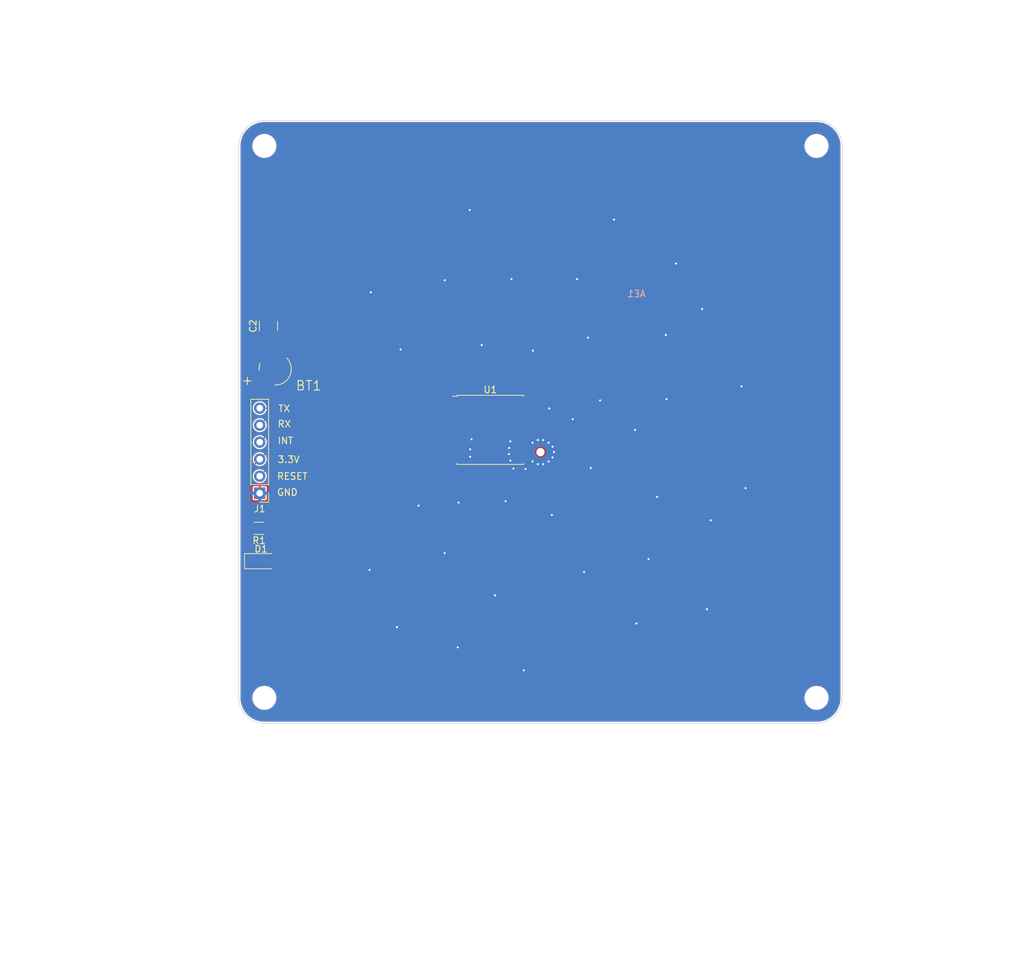
<source format=kicad_pcb>
(kicad_pcb (version 20221018) (generator pcbnew)
  (layers (0 "F.Cu" signal) (1 "In1.Cu" power) (2 "In2.Cu" power) (31 "B.Cu" signal) (34 "B.Paste" user) (35 "F.Paste" user) (36 "B.SilkS" user "B.Silkscreen") (37 "F.SilkS" user "F.Silkscreen") (38 "B.Mask" user) (39 "F.Mask" user) (44 "Edge.Cuts" user))
  (net 0 "")
  (net 1 "GND")
  (net 3 "/RF_net")
  (net 10 "Net-(U1-V_BCKP)")
  (net 11 "Net-(J1-Pin_4)")
  (net 12 "Net-(J1-Pin_5)")
  (net 13 "Net-(J1-Pin_3)")
  (net 14 "Net-(J1-Pin_6)")
  (net 15 "Net-(J1-Pin_2)")
  (net 16 "Net-(D1-A)")
  (footprint "" (layer "F.Cu") (at 115.5104 91.4)
    (fp_text reference "" (at 0 0) (layer "F.SilkS") (effects (font (size 1.27 1.27))))
    (fp_text value "" (at 0 0) (layer "F.SilkS") (effects (font (size 1.27 1.27))))
    (pad "" np_thru_hole circle (at 0 0 180) (size 1.2 1.2) (drill 1.2) (layers "F&B.Cu" "*.Mask"))
  )
  (footprint "Connector_PinHeader_2.54mm:PinHeader_1x06_P2.54mm_Vertical" (layer "F.Cu") (at 73.6104 97.55 180)
    (fp_text reference "J1" (at 0 -2.33) (layer "F.SilkS"))
    (fp_text value "Conn_01x06")
    (fp_line (start -1.33 -1.33) (end 0 -1.33) (stroke (width 0.12)) (layer "F.SilkS"))
    (fp_line (start -1.33 0) (end -1.33 -1.33) (stroke (width 0.12)) (layer "F.SilkS"))
    (fp_line (start -1.33 1.27) (end -1.33 14.03) (stroke (width 0.12)) (layer "F.SilkS"))
    (fp_line (start -1.33 1.27) (end 1.33 1.27) (stroke (width 0.12)) (layer "F.SilkS"))
    (fp_line (start -1.33 14.03) (end 1.33 14.03) (stroke (width 0.12)) (layer "F.SilkS"))
    (fp_line (start 1.33 1.27) (end 1.33 14.03) (stroke (width 0.12)) (layer "F.SilkS"))
    (pad "1" thru_hole rect (at 0 0 180) (size 1.7 1.7) (drill 1) (layers "*.Cu" "*.Mask") (net 1 "GND"))
    (pad "2" thru_hole oval (at 0 2.54 180) (size 1.7 1.7) (drill 1) (layers "*.Cu" "*.Mask") (net 15 "Net-(J1-Pin_2)"))
    (pad "3" thru_hole oval (at 0 5.08 180) (size 1.7 1.7) (drill 1) (layers "*.Cu" "*.Mask") (net 13 "Net-(J1-Pin_3)"))
    (pad "4" thru_hole oval (at 0 7.62 180) (size 1.7 1.7) (drill 1) (layers "*.Cu" "*.Mask") (net 11 "Net-(J1-Pin_4)"))
    (pad "5" thru_hole oval (at 0 10.16 180) (size 1.7 1.7) (drill 1) (layers "*.Cu" "*.Mask") (net 12 "Net-(J1-Pin_5)"))
    (pad "6" thru_hole oval (at 0 12.7 180) (size 1.7 1.7) (drill 1) (layers "*.Cu" "*.Mask") (net 14 "Net-(J1-Pin_6)"))
  )
  (footprint "MountingHole:MountingHole_3.2mm_M3" (layer "F.Cu") (at 156.7 128.1)
    (fp_text reference "REF**" hide)
    (fp_text value "MountingHole_3.2mm_M3")
    (pad "" np_thru_hole circle (at 0 0) (size 3.2 3.2) (drill 3.2) (layers "F&B.Cu" "*.Mask"))
  )
  (footprint "MountingHole:MountingHole_3.2mm_M3" (layer "F.Cu") (at 74.3 128.1)
    (fp_text reference "REF**" hide)
    (fp_text value "MountingHole_3.2mm_M3")
    (pad "" np_thru_hole circle (at 0 0) (size 3.2 3.2) (drill 3.2) (layers "*.Mask" "F.Cu" "In1.Cu" "In2.Cu" "B.Cu"))
  )
  (footprint "RF_GPS:ublox_MAX" (layer "F.Cu") (at 108.0204 88.09)
    (fp_text reference "U1" (at 0 -6) (layer "F.SilkS"))
    (fp_text value "MAX-M10S")
    (fp_line (start -5.65 -5.01) (end -4.96 -5.01) (stroke (width 0.12)) (layer "F.SilkS"))
    (fp_line (start -4.96 -5.16) (end -4.96 -5.01) (stroke (width 0.12)) (layer "F.SilkS"))
    (fp_line (start -4.96 -5.16) (end 4.96 -5.16) (stroke (width 0.12)) (layer "F.SilkS"))
    (fp_line (start -4.96 5.01) (end -4.96 5.16) (stroke (width 0.12)) (layer "F.SilkS"))
    (fp_line (start -4.96 5.16) (end 4.96 5.16) (stroke (width 0.12)) (layer "F.SilkS"))
    (fp_line (start 4.96 -5.16) (end 4.96 -5.01) (stroke (width 0.12)) (layer "F.SilkS"))
    (fp_line (start 4.96 5.01) (end 4.96 5.16) (stroke (width 0.12)) (layer "F.SilkS"))
    (pad "1" smd roundrect (at -4.75 -4.4) (size 1.8 0.7) (layers "F.Cu" "F.Paste" "F.Mask") (net 1 "GND"))
    (pad "2" smd roundrect (at -4.75 -3.3) (size 1.8 0.8) (layers "F.Cu" "F.Paste" "F.Mask") (net 14 "Net-(J1-Pin_6)"))
    (pad "3" smd roundrect (at -4.75 -2.2) (size 1.8 0.8) (layers "F.Cu" "F.Paste" "F.Mask") (net 12 "Net-(J1-Pin_5)"))
    (pad "4" smd roundrect (at -4.75 -1.1) (size 1.8 0.8) (layers "F.Cu" "F.Paste" "F.Mask"))
    (pad "5" smd roundrect (at -4.75 0) (size 1.8 0.8) (layers "F.Cu" "F.Paste" "F.Mask") (net 11 "Net-(J1-Pin_4)"))
    (pad "6" smd roundrect (at -4.75 1.1) (size 1.8 0.8) (layers "F.Cu" "F.Paste" "F.Mask") (net 10 "Net-(U1-V_BCKP)"))
    (pad "7" smd roundrect (at -4.75 2.2) (size 1.8 0.8) (layers "F.Cu" "F.Paste" "F.Mask") (net 13 "Net-(J1-Pin_3)"))
    (pad "8" smd roundrect (at -4.75 3.3) (size 1.8 0.8) (layers "F.Cu" "F.Paste" "F.Mask") (net 13 "Net-(J1-Pin_3)"))
    (pad "9" smd roundrect (at -4.75 4.4) (size 1.8 0.7) (layers "F.Cu" "F.Paste" "F.Mask") (net 15 "Net-(J1-Pin_2)"))
    (pad "10" smd roundrect (at 4.75 4.4) (size 1.8 0.7) (layers "F.Cu" "F.Paste" "F.Mask") (net 1 "GND"))
    (pad "11" smd roundrect (at 4.75 3.3) (size 1.8 0.8) (layers "F.Cu" "F.Paste" "F.Mask") (net 3 "/RF_net"))
    (pad "12" smd roundrect (at 4.75 2.2) (size 1.8 0.8) (layers "F.Cu" "F.Paste" "F.Mask") (net 1 "GND"))
    (pad "13" smd roundrect (at 4.75 1.1) (size 1.8 0.8) (layers "F.Cu" "F.Paste" "F.Mask"))
    (pad "14" smd roundrect (at 4.75 0) (size 1.8 0.8) (layers "F.Cu" "F.Paste" "F.Mask"))
    (pad "15" smd roundrect (at 4.75 -1.1) (size 1.8 0.8) (layers "F.Cu" "F.Paste" "F.Mask"))
    (pad "16" smd roundrect (at 4.75 -2.2) (size 1.8 0.8) (layers "F.Cu" "F.Paste" "F.Mask"))
    (pad "17" smd roundrect (at 4.75 -3.3) (size 1.8 0.8) (layers "F.Cu" "F.Paste" "F.Mask"))
    (pad "18" smd roundrect (at 4.75 -4.4) (size 1.8 0.7) (layers "F.Cu" "F.Paste" "F.Mask"))
  )
  (footprint "MountingHole:MountingHole_3.2mm_M3" (layer "F.Cu") (at 74.3 45.7)
    (fp_text reference "REF**" hide)
    (fp_text value "MountingHole_3.2mm_M3")
    (pad "" np_thru_hole circle (at 0 0) (size 3.2 3.2) (drill 3.2) (layers "F&B.Cu" "*.Mask"))
  )
  (footprint "Resistor_SMD:R_1206_3216Metric_Pad1.30x1.75mm_HandSolder" (layer "F.Cu") (at 73.5104 102.8 180)
    (fp_text reference "R1" (at 0 -1.82) (layer "F.SilkS"))
    (fp_text value "1k")
    (fp_line (start -0.727064 -0.91) (end 0.727064 -0.91) (stroke (width 0.12)) (layer "F.SilkS"))
    (fp_line (start -0.727064 0.91) (end 0.727064 0.91) (stroke (width 0.12)) (layer "F.SilkS"))
    (pad "1" smd roundrect (at -1.55 0 180) (size 1.3 1.75) (layers "F.Cu" "F.Paste" "F.Mask") (roundrect_rratio 0.1923076923) (net 16 "Net-(D1-A)"))
    (pad "2" smd roundrect (at 1.55 0 180) (size 1.3 1.75) (layers "F.Cu" "F.Paste" "F.Mask") (roundrect_rratio 0.1923076923) (net 13 "Net-(J1-Pin_3)"))
  )
  (footprint "MountingHole:MountingHole_3.2mm_M3" (layer "F.Cu") (at 156.7 45.7)
    (fp_text reference "REF**" hide)
    (fp_text value "MountingHole_3.2mm_M3")
    (pad "" np_thru_hole circle (at 0 0) (size 3.2 3.2) (drill 3.2) (layers "*.Mask" "F.Cu" "In1.Cu" "In2.Cu" "B.Cu"))
  )
  (footprint "Capacitor_SMD:C_1210_3225Metric_Pad1.33x2.70mm_HandSolder" (layer "F.Cu") (at 74.9104 72.6 90)
    (fp_text reference "C2" (at 0 -2.3 90) (layer "F.SilkS"))
    (fp_text value "1uF")
    (fp_line (start -0.711252 -1.36) (end 0.711252 -1.36) (stroke (width 0.12)) (layer "F.SilkS"))
    (fp_line (start -0.711252 1.36) (end 0.711252 1.36) (stroke (width 0.12)) (layer "F.SilkS"))
    (pad "1" smd roundrect (at -1.5625 0 90) (size 1.325 2.7) (layers "F.Cu" "F.Paste" "F.Mask") (roundrect_rratio 0.1886792453) (net 10 "Net-(U1-V_BCKP)"))
    (pad "2" smd roundrect (at 1.5625 0 90) (size 1.325 2.7) (layers "F.Cu" "F.Paste" "F.Mask") (roundrect_rratio 0.1886792453) (net 1 "GND"))
  )
  (footprint "LED_SMD:LED_1206_3216Metric_Pad1.42x1.75mm_HandSolder" (layer "F.Cu") (at 73.8104 107.7)
    (fp_text reference "D1" (at 0 -1.82) (layer "F.SilkS"))
    (fp_text value "LED")
    (fp_line (start -2.46 -1.135) (end -2.46 1.135) (stroke (width 0.12)) (layer "F.SilkS"))
    (fp_line (start -2.46 1.135) (end 1.6 1.135) (stroke (width 0.12)) (layer "F.SilkS"))
    (fp_line (start 1.6 -1.135) (end -2.46 -1.135) (stroke (width 0.12)) (layer "F.SilkS"))
    (pad "1" smd roundrect (at -1.4875 0) (size 1.425 1.75) (layers "F.Cu" "F.Paste" "F.Mask") (roundrect_rratio 0.1754392982) (net 1 "GND"))
    (pad "2" smd roundrect (at 1.4875 0) (size 1.425 1.75) (layers "F.Cu" "F.Paste" "F.Mask") (roundrect_rratio 0.1754392982) (net 16 "Net-(D1-A)"))
  )
  (footprint "ML414H_IV01E:SEIKO_ML414H_IV01E" (layer "F.Cu") (at 75.9104 79.01 180)
    (fp_text reference "BT1" (at -5 -2.49) (layer "F.SilkS") (effects (font (size 1.402244 1.402244))))
    (fp_text value "ML414H_IV01E")
    (fp_text user "+" (at 4.15 -1.67) (layer "F.SilkS") (effects (font (size 1.401291 1.401291))))
    (fp_arc (start -1.75 1.639999) (mid -2.19472 -0.984702) (end 0.06 -2.4) (stroke (width 0.127)) (layer "F.SilkS"))
    (fp_arc (start 2.41 -0.217) (mid 2.3808 0.313062) (end 2.26 0.83) (stroke (width 0.127)) (layer "F.SilkS"))
    (pad "1" smd custom (at 2.1 -2.1 180) (size 1 1) (layers "F.Cu") (net 10 "Net-(U1-V_BCKP)") (options (clearance outline) (anchor rect)) (primitives (gr_poly (pts (xy -1.8 -0.6) (xy 0.6 -0.6) (xy 0.6 1.8)) (width 0.0001) (fill yes))))
    (pad "2" smd rect (at 0.65 1.85 180) (size 4.1 1.7) (layers "F.Cu" "F.Paste" "F.Mask") (net 1 "GND"))
  )
  (footprint "" (layer "F.Cu") (at 115.5104 91.4)
    (fp_text reference "" (at 0 0) (layer "F.SilkS") (effects (font (size 1.27 1.27))))
    (fp_text value "" (at 0 0) (layer "F.SilkS") (effects (font (size 1.27 1.27))))
    (pad "1" smd circle (at 0 0 180) (size 2.5 2.5) (layers "F.Cu" "F.Paste" "F.Mask") (net 3 "/RF_net"))
  )
  (footprint "CGGBP.35.6.A.02:XCVR_CGGBP.35.6.A.02" (layer "B.Cu") (at 115.4904 86.94 180)
    (fp_text reference "AE1" (at -14.343425 19.159615) (layer "B.SilkS") (effects (font (size 1.001283 1.001283)) (justify mirror)))
    (fp_text value "CGGBP.35.6.A.02")
    (fp_circle (center 0 -4.5) (end 2.375 -4.5) (stroke (width 1.75)) (fill none) (layer "B.Cu"))
    (fp_poly (pts (xy -17.5287 -6.5) (xy 17.5 -6.5) (xy 17.5 -17.5287) (xy -17.5287 -17.5287)) (stroke (width 0.01)) (fill solid) (layer "B.Cu"))
    (fp_poly (pts (xy -17.5243 17.5) (xy 17.5 17.5) (xy 17.5 -1.00139) (xy -17.5243 -1.00139)) (stroke (width 0.01)) (fill solid) (layer "B.Cu"))
    (fp_poly (pts (xy -17.5018 -1.5) (xy -2.5 -1.5) (xy -2.5 -8.50085) (xy -17.5018 -8.50085)) (stroke (width 0.01)) (fill solid) (layer "B.Cu"))
    (fp_poly (pts (xy -17.5002 -1) (xy 17.5 -1) (xy 17.5 -2.50003) (xy -17.5002 -2.50003)) (stroke (width 0.01)) (fill solid) (layer "B.Cu"))
    (fp_poly (pts (xy 2.50333 -1.5) (xy 17.5 -1.5) (xy 17.5 -8.01066) (xy 2.50333 -8.01066)) (stroke (width 0.01)) (fill solid) (layer "B.Cu"))
    (pad "" np_thru_hole circle (at 0 -4.5 180) (size 1.2 1.2) (drill 1.2) (layers "F&B.Cu" "*.Mask"))
    (pad "1" smd rect (at 0.925 -4.5 180) (size 0.2 0.2) (layers "F.Cu" "F.Paste" "F.Mask") (net 3 "/RF_net"))
  )
  (gr_arc locked (start 74.3 131.9) (mid 71.612995 130.787006) (end 70.5 128.1) (stroke (width 0.1)) (layer "Edge.Cuts"))
  (gr_line locked (start 156.7 41.9) (end 74.3 41.9) (stroke (width 0.1)) (layer "Edge.Cuts"))
  (gr_arc locked (start 156.7 41.89993) (mid 159.393438 43.006184) (end 160.5104 45.6952) (stroke (width 0.1)) (layer "Edge.Cuts"))
  (gr_line locked (start 156.7 131.9) (end 74.3 131.9) (stroke (width 0.1)) (layer "Edge.Cuts"))
  (gr_arc locked (start 70.5 45.7) (mid 71.612994 43.012995) (end 74.3 41.9) (stroke (width 0.1)) (layer "Edge.Cuts"))
  (gr_line locked (start 70.5 45.7) (end 70.5 128.1) (stroke (width 0.1)) (layer "Edge.Cuts"))
  (gr_arc locked (start 160.5104 128.0952) (mid 159.39436 130.78956) (end 156.7 131.9056) (stroke (width 0.1)) (layer "Edge.Cuts"))
  (gr_line locked (start 160.5104 45.6952) (end 160.5104 128.0952) (stroke (width 0.1)) (layer "Edge.Cuts"))
  (gr_text "RESET" (at 76.1104 95.6) (layer "F.SilkS") (effects (font (size 1 1)) (justify left bottom)))
  (gr_text "TX" (at 76.3104 85.5) (layer "F.SilkS") (effects (font (size 1 1)) (justify left bottom)))
  (gr_text "GND" (at 76.1104 98) (layer "F.SilkS") (effects (font (size 1 1)) (justify left bottom)))
  (gr_text "RX" (at 76.2104 87.8) (layer "F.SilkS") (effects (font (size 1 1)) (justify left bottom)))
  (gr_text "INT" (at 76.2104 90.3) (layer "F.SilkS") (effects (font (size 1 1)) (justify left bottom)))
  (gr_text "3.3V" (at 76.2104 93.1) (layer "F.SilkS") (effects (font (size 1 1)) (justify left bottom)))
  (via (at 135.7204 63.27) (size 0.6096) (drill 0.3048) (layers "F.Cu" "B.Cu") (net 1))
  (via (at 115.9104 93.21) (size 0.6096) (drill 0.3048) (layers "F.Cu" "B.Cu") (net 1))
  (via (at 129.6104 88.1) (size 0.6096) (drill 0.3048) (layers "F.Cu" "B.Cu") (net 1))
  (via (at 117.5104 91.41) (size 0.6096) (drill 0.3048) (layers "F.Cu" "B.Cu") (net 1))
  (via (at 134.3104 83.5) (size 0.6096) (drill 0.3048) (layers "F.Cu" "B.Cu") (net 1))
  (via (at 94.0904 117.54) (size 0.6096) (drill 0.3048) (layers "F.Cu" "B.Cu") (net 1))
  (via (at 116.8104 84.9) (size 0.6096) (drill 0.3048) (layers "F.Cu" "B.Cu") (net 1))
  (via (at 116.7104 90.01) (size 0.6096) (drill 0.3048) (layers "F.Cu" "B.Cu") (net 1))
  (via (at 132.9104 98.1) (size 0.6096) (drill 0.3048) (layers "F.Cu" "B.Cu") (net 1))
  (via (at 145.5104 81.6) (size 0.6096) (drill 0.3048) (layers "F.Cu" "B.Cu") (net 1))
  (via (at 129.8104 117) (size 0.6096) (drill 0.3048) (layers "F.Cu" "B.Cu") (net 1))
  (via (at 120.3104 86.5) (size 0.6096) (drill 0.3048) (layers "F.Cu" "B.Cu") (net 1))
  (via (at 94.6304 76.08) (size 0.6096) (drill 0.3048) (layers "F.Cu" "B.Cu") (net 1))
  (via (at 101.2104 106.5) (size 0.6096) (drill 0.3048) (layers "F.Cu" "B.Cu") (net 1))
  (via (at 134.2104 73.92) (size 0.6096) (drill 0.3048) (layers "F.Cu" "B.Cu") (net 1))
  (via (at 110.7904 91.7) (size 0.6096) (drill 0.3048) (layers "F.Cu" "B.Cu") (net 1))
  (via (at 108.7104 112.8) (size 0.6096) (drill 0.3048) (layers "F.Cu" "B.Cu") (net 1))
  (via (at 140.9104 101.6) (size 0.6096) (drill 0.3048) (layers "F.Cu" "B.Cu") (net 1))
  (via (at 113.2704 93.93) (size 0.6096) (drill 0.3048) (layers "F.Cu" "B.Cu") (net 1))
  (via (at 115.1104 93.21) (size 0.6096) (drill 0.3048) (layers "F.Cu" "B.Cu") (net 1))
  (via (at 111.4804 93.86) (size 0.6096) (drill 0.3048) (layers "F.Cu" "B.Cu") (net 1))
  (via (at 117.3104 92.21) (size 0.6096) (drill 0.3048) (layers "F.Cu" "B.Cu") (net 1))
  (via (at 123.0104 93.8) (size 0.6096) (drill 0.3048) (layers "F.Cu" "B.Cu") (net 1))
  (via (at 110.8204 90.79) (size 0.6096) (drill 0.3048) (layers "F.Cu" "B.Cu") (net 1))
  (via (at 97.3104 99.4) (size 0.6096) (drill 0.3048) (layers "F.Cu" "B.Cu") (net 1))
  (via (at 117.3104 90.61) (size 0.6096) (drill 0.3048) (layers "F.Cu" "B.Cu") (net 1))
  (via (at 105.0104 92.1) (size 0.6096) (drill 0.3048) (layers "F.Cu" "B.Cu") (net 1))
  (via (at 114.3104 90.01) (size 0.6096) (drill 0.3048) (layers "F.Cu" "B.Cu") (net 1))
  (via (at 105.0104 91) (size 0.6096) (drill 0.3048) (layers "F.Cu" "B.Cu") (net 1))
  (via (at 140.3404 114.87) (size 0.6096) (drill 0.3048) (layers "F.Cu" "B.Cu") (net 1))
  (via (at 111.0104 89.81) (size 0.6096) (drill 0.3048) (layers "F.Cu" "B.Cu") (net 1))
  (via (at 131.6304 107.4) (size 0.6096) (drill 0.3048) (layers "F.Cu" "B.Cu") (net 1))
  (via (at 122.0104 109.3) (size 0.6096) (drill 0.3048) (layers "F.Cu" "B.Cu") (net 1))
  (via (at 115.1104 89.61) (size 0.6096) (drill 0.3048) (layers "F.Cu" "B.Cu") (net 1))
  (via (at 101.2104 65.76) (size 0.6096) (drill 0.3048) (layers "F.Cu" "B.Cu") (net 1))
  (via (at 104.9404 55.27) (size 0.6096) (drill 0.3048) (layers "F.Cu" "B.Cu") (net 1))
  (via (at 115.9104 89.61) (size 0.6096) (drill 0.3048) (layers "F.Cu" "B.Cu") (net 1))
  (via (at 113.0104 124) (size 0.6096) (drill 0.3048) (layers "F.Cu" "B.Cu") (net 1))
  (via (at 114.3104 92.81) (size 0.6096) (drill 0.3048) (layers "F.Cu" "B.Cu") (net 1))
  (via (at 124.4104 83.7) (size 0.6096) (drill 0.3048) (layers "F.Cu" "B.Cu") (net 1))
  (via (at 103.2804 98.94) (size 0.6096) (drill 0.3048) (layers "F.Cu" "B.Cu") (net 1))
  (via (at 103.1604 120.56) (size 0.6096) (drill 0.3048) (layers "F.Cu" "B.Cu") (net 1))
  (via (at 116.7104 92.81) (size 0.6096) (drill 0.3048) (layers "F.Cu" "B.Cu") (net 1))
  (via (at 90.1804 67.55) (size 0.6096) (drill 0.3048) (layers "F.Cu" "B.Cu") (net 1))
  (via (at 146.1104 96.8) (size 0.6096) (drill 0.3048) (layers "F.Cu" "B.Cu") (net 1))
  (via (at 114.3704 76.26) (size 0.6096) (drill 0.3048) (layers "F.Cu" "B.Cu") (net 1))
  (via (at 117.2104 100.8) (size 0.6096) (drill 0.3048) (layers "F.Cu" "B.Cu") (net 1))
  (via (at 139.6304 70.04) (size 0.6096) (drill 0.3048) (layers "F.Cu" "B.Cu") (net 1))
  (via (at 126.4704 56.7) (size 0.6096) (drill 0.3048) (layers "F.Cu" "B.Cu") (net 1))
  (via (at 120.9604 65.59) (size 0.6096) (drill 0.3048) (layers "F.Cu" "B.Cu") (net 1))
  (via (at 122.6104 74.33) (size 0.6096) (drill 0.3048) (layers "F.Cu" "B.Cu") (net 1))
  (via (at 111.0104 92.69) (size 0.6096) (drill 0.3048) (layers "F.Cu" "B.Cu") (net 1))
  (via (at 106.7404 75.44) (size 0.6096) (drill 0.3048) (layers "F.Cu" "B.Cu") (net 1))
  (via (at 111.1704 65.59) (size 0.6096) (drill 0.3048) (layers "F.Cu" "B.Cu") (net 1))
  (via (at 105.2104 89.5) (size 0.6096) (drill 0.3048) (layers "F.Cu" "B.Cu") (net 1))
  (via (at 90.0004 109) (size 0.6096) (drill 0.3048) (layers "F.Cu" "B.Cu") (net 1))
  (via (at 110.3004 98.74) (size 0.6096) (drill 0.3048) (layers "F.Cu" "B.Cu") (net 1))
  (segment (start 112.7804 91.4) (end 112.7704 91.39) (width 0.319) (layer "F.Cu") (net 3))
  (segment (start 115.5104 91.4) (end 112.7804 91.4) (width 0.319) (layer "F.Cu") (net 3))
  (segment (start 71.6104 91.1) (end 71.6104 83.31) (width 0.15) (layer "F.Cu") (net 10))
  (segment (start 76.0204 89.19) (end 74.1104 91.1) (width 0.15) (layer "F.Cu") (net 10))
  (segment (start 72.2104 79.6) (end 72.2104 76.39) (width 0.15) (layer "F.Cu") (net 10))
  (segment (start 74.4379 74.1625) (end 74.9104 74.1625) (width 0.15) (layer "F.Cu") (net 10))
  (segment (start 72.2104 76.39) (end 74.4379 74.1625) (width 0.15) (layer "F.Cu") (net 10))
  (segment (start 74.1104 91.1) (end 71.6104 91.1) (width 0.15) (layer "F.Cu") (net 10))
  (segment (start 73.7204 81.11) (end 72.2104 79.6) (width 0.15) (layer "F.Cu") (net 10))
  (segment (start 103.2704 89.19) (end 76.0204 89.19) (width 0.15) (layer "F.Cu") (net 10))
  (segment (start 71.6104 83.31) (end 73.8104 81.11) (width 0.15) (layer "F.Cu") (net 10))
  (segment (start 73.8104 81.11) (end 73.7204 81.11) (width 0.15) (layer "F.Cu") (net 10))
  (segment (start 103.2704 88.09) (end 75.4504 88.09) (width 0.15) (layer "F.Cu") (net 11))
  (segment (start 75.4504 88.09) (end 73.6104 89.93) (width 0.15) (layer "F.Cu") (net 11))
  (segment (start 75.1104 85.89) (end 103.2704 85.89) (width 0.15) (layer "F.Cu") (net 12))
  (segment (start 73.6104 87.39) (end 75.1104 85.89) (width 0.15) (layer "F.Cu") (net 12))
  (segment (start 103.2704 91.39) (end 103.2704 90.29) (width 0.15) (layer "F.Cu") (net 13))
  (segment (start 71.9604 94.12) (end 71.9604 102.8) (width 0.1524) (layer "F.Cu") (net 13))
  (segment (start 73.6104 92.47) (end 71.9604 94.12) (width 0.1524) (layer "F.Cu") (net 13))
  (segment (start 75.7904 90.29) (end 75.6454 90.435) (width 0.15) (layer "F.Cu") (net 13))
  (segment (start 75.6454 90.435) (end 73.6104 92.47) (width 0.1524) (layer "F.Cu") (net 13))
  (segment (start 103.2704 90.29) (end 75.7904 90.29) (width 0.15) (layer "F.Cu") (net 13))
  (segment (start 73.6104 84.85) (end 103.2104 84.85) (width 0.15) (layer "F.Cu") (net 14))
  (segment (start 103.2104 84.85) (end 103.2704 84.79) (width 0.15) (layer "F.Cu") (net 14))
  (segment (start 76.1304 92.49) (end 73.6104 95.01) (width 0.15) (layer "F.Cu") (net 15))
  (segment (start 103.2704 92.49) (end 76.1304 92.49) (width 0.15) (layer "F.Cu") (net 15))
  (segment (start 75.0604 102.8) (end 75.0604 107.4625) (width 0.15) (layer "F.Cu") (net 16))
  (segment (start 75.0604 107.4625) (end 75.2979 107.7) (width 0.15) (layer "F.Cu") (net 16))
  (zone (net 1) (net_name "GND") (layer "F.Cu") (priority 3) (connect_pads (clearance 0.2)) (min_thickness 0.2) (fill yes (thermal_gap 0.2) (thermal_bridge_width 0.2))
    (polygon (pts (xy 53.2804 37.26) (xy 185.3604 37.26) (xy 185.3604 145.21) (xy 53.2804 145.21)))
  )
  (zone (net 1) (net_name "GND") (layer "B.Cu") (connect_pads (clearance 0.2)) (min_thickness 0.25) (fill yes (thermal_gap 0.5) (thermal_bridge_width 0.5))
    (polygon (pts (xy 51.5104 28.8) (xy 176.5104 28.8) (xy 176.5104 144.4) (xy 176.2104 144.7) (xy 51.5104 144.7)))
  )
)
</source>
